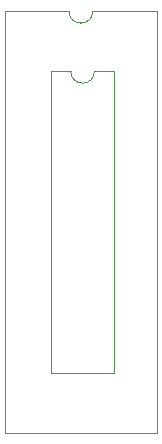
<source format=gbr>
G04 #@! TF.GenerationSoftware,KiCad,Pcbnew,(5.1.4)-1*
G04 #@! TF.CreationDate,2021-03-24T17:48:36-04:00*
G04 #@! TF.ProjectId,27c256_to_82s147,32376332-3536-45f7-946f-5f3832733134,rev?*
G04 #@! TF.SameCoordinates,Original*
G04 #@! TF.FileFunction,Legend,Top*
G04 #@! TF.FilePolarity,Positive*
%FSLAX46Y46*%
G04 Gerber Fmt 4.6, Leading zero omitted, Abs format (unit mm)*
G04 Created by KiCad (PCBNEW (5.1.4)-1) date 2021-03-24 17:48:36*
%MOMM*%
%LPD*%
G04 APERTURE LIST*
%ADD10C,0.120000*%
G04 APERTURE END LIST*
D10*
X135440000Y-83780000D02*
X133790000Y-83780000D01*
X135440000Y-109300000D02*
X135440000Y-83780000D01*
X130140000Y-109300000D02*
X135440000Y-109300000D01*
X130140000Y-83780000D02*
X130140000Y-109300000D01*
X131790000Y-83780000D02*
X130140000Y-83780000D01*
X133790000Y-83780000D02*
G75*
G02X131790000Y-83780000I-1000000J0D01*
G01*
X139105001Y-78695001D02*
X133645001Y-78695001D01*
X139105001Y-114375001D02*
X139105001Y-78695001D01*
X126185001Y-114375001D02*
X139105001Y-114375001D01*
X126185001Y-78695001D02*
X126185001Y-114375001D01*
X131645001Y-78695001D02*
X126185001Y-78695001D01*
X133645001Y-78695001D02*
G75*
G02X131645001Y-78695001I-1000000J0D01*
G01*
M02*

</source>
